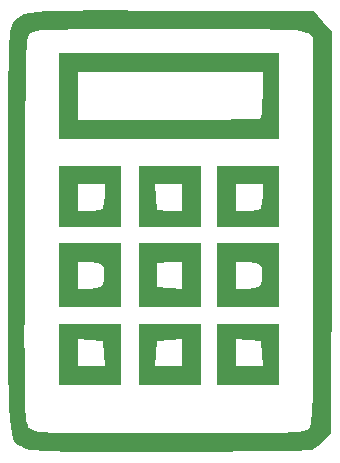
<source format=gbr>
%TF.GenerationSoftware,KiCad,Pcbnew,7.0.7*%
%TF.CreationDate,2023-10-16T17:54:11+02:00*%
%TF.ProjectId,arduino-nano-drone,61726475-696e-46f2-9d6e-616e6f2d6472,0*%
%TF.SameCoordinates,Original*%
%TF.FileFunction,Legend,Bot*%
%TF.FilePolarity,Positive*%
%FSLAX46Y46*%
G04 Gerber Fmt 4.6, Leading zero omitted, Abs format (unit mm)*
G04 Created by KiCad (PCBNEW 7.0.7) date 2023-10-16 17:54:11*
%MOMM*%
%LPD*%
G01*
G04 APERTURE LIST*
G04 APERTURE END LIST*
%TO.C,G\u002A\u002A\u002A*%
G36*
X125671428Y-78853572D02*
G01*
X123063392Y-78853572D01*
X120455357Y-78853572D01*
X120455357Y-77266072D01*
X122042857Y-77266072D01*
X123189211Y-77266072D01*
X124335566Y-77266072D01*
X124266443Y-76188840D01*
X124197321Y-75111608D01*
X123120089Y-75042485D01*
X122042857Y-74973363D01*
X122042857Y-76119717D01*
X122042857Y-77266072D01*
X120455357Y-77266072D01*
X120455357Y-76245536D01*
X120455357Y-73637500D01*
X123063392Y-73637500D01*
X125671428Y-73637500D01*
X125671428Y-76245536D01*
X125671428Y-77266072D01*
X125671428Y-78853572D01*
G37*
G36*
X119094642Y-76245536D02*
G01*
X119094642Y-78853572D01*
X116486607Y-78853572D01*
X113878571Y-78853572D01*
X113878571Y-77266072D01*
X115214434Y-77266072D01*
X116360788Y-77266072D01*
X117507142Y-77266072D01*
X117507142Y-76119717D01*
X117507142Y-74973363D01*
X116429910Y-75042485D01*
X115352678Y-75111608D01*
X115283556Y-76188840D01*
X115214434Y-77266072D01*
X113878571Y-77266072D01*
X113878571Y-76245536D01*
X113878571Y-73637500D01*
X116486607Y-73637500D01*
X119094642Y-73637500D01*
X119094642Y-74973363D01*
X119094642Y-76245536D01*
G37*
G36*
X119094642Y-69555358D02*
G01*
X119094642Y-72276786D01*
X116486607Y-72276786D01*
X113878571Y-72276786D01*
X113878571Y-70575893D01*
X115352678Y-70575893D01*
X116429910Y-70645016D01*
X117507142Y-70714138D01*
X117507142Y-69555358D01*
X117507142Y-68396577D01*
X116429910Y-68465699D01*
X115352678Y-68534822D01*
X115352678Y-69555358D01*
X115352678Y-70575893D01*
X113878571Y-70575893D01*
X113878571Y-69555358D01*
X113878571Y-66833929D01*
X116486607Y-66833929D01*
X119094642Y-66833929D01*
X119094642Y-68396577D01*
X119094642Y-69555358D01*
G37*
G36*
X119094642Y-62865179D02*
G01*
X119094642Y-65473215D01*
X116486607Y-65473215D01*
X113878571Y-65473215D01*
X113878571Y-62865179D01*
X113878571Y-61844643D01*
X115214434Y-61844643D01*
X115283556Y-62921875D01*
X115352678Y-63999108D01*
X116429910Y-64068230D01*
X117507142Y-64137352D01*
X117507142Y-62990998D01*
X117507142Y-61844643D01*
X116360788Y-61844643D01*
X115214434Y-61844643D01*
X113878571Y-61844643D01*
X113878571Y-60257143D01*
X116486607Y-60257143D01*
X119094642Y-60257143D01*
X119094642Y-61844643D01*
X119094642Y-62865179D01*
G37*
G36*
X112291071Y-78853572D02*
G01*
X109683035Y-78853572D01*
X107075000Y-78853572D01*
X107075000Y-77266072D01*
X108662500Y-77266072D01*
X109808854Y-77266072D01*
X110955209Y-77266072D01*
X110886086Y-76188840D01*
X110816964Y-75111608D01*
X109739732Y-75042485D01*
X108662500Y-74973363D01*
X108662500Y-76119717D01*
X108662500Y-77266072D01*
X107075000Y-77266072D01*
X107075000Y-76245536D01*
X107075000Y-73637500D01*
X109683035Y-73637500D01*
X112291071Y-73637500D01*
X112291071Y-76245536D01*
X112291071Y-77266072D01*
X112291071Y-78853572D01*
G37*
G36*
X125671428Y-72276786D02*
G01*
X123063392Y-72276786D01*
X120455357Y-72276786D01*
X120455357Y-70689286D01*
X122042857Y-70689286D01*
X123070510Y-70689286D01*
X123622091Y-70662160D01*
X124097885Y-70484970D01*
X124286872Y-70060136D01*
X124269996Y-69293465D01*
X124230325Y-68969171D01*
X124099583Y-68664550D01*
X123772286Y-68527523D01*
X123120089Y-68465699D01*
X122042857Y-68396577D01*
X122042857Y-69542932D01*
X122042857Y-70689286D01*
X120455357Y-70689286D01*
X120455357Y-69555358D01*
X120455357Y-66833929D01*
X123063392Y-66833929D01*
X125671428Y-66833929D01*
X125671428Y-69555358D01*
X125671428Y-70060136D01*
X125671428Y-72276786D01*
G37*
G36*
X125671428Y-62865179D02*
G01*
X125671428Y-65473215D01*
X123063392Y-65473215D01*
X120455357Y-65473215D01*
X120455357Y-64112500D01*
X122042857Y-64112500D01*
X123025595Y-64112500D01*
X123279304Y-64107562D01*
X123857486Y-64054268D01*
X124159523Y-63961310D01*
X124197796Y-63890936D01*
X124278548Y-63463776D01*
X124310714Y-62827381D01*
X124310714Y-61844643D01*
X123176785Y-61844643D01*
X122042857Y-61844643D01*
X122042857Y-62978572D01*
X122042857Y-64112500D01*
X120455357Y-64112500D01*
X120455357Y-62865179D01*
X120455357Y-60257143D01*
X123063392Y-60257143D01*
X125671428Y-60257143D01*
X125671428Y-61844643D01*
X125671428Y-62865179D01*
G37*
G36*
X112291071Y-72276786D02*
G01*
X109683035Y-72276786D01*
X107075000Y-72276786D01*
X107075000Y-70689286D01*
X108662500Y-70689286D01*
X109690153Y-70689286D01*
X110241733Y-70662160D01*
X110717528Y-70484970D01*
X110906515Y-70060136D01*
X110889639Y-69293465D01*
X110849967Y-68969171D01*
X110719226Y-68664550D01*
X110391929Y-68527523D01*
X109739732Y-68465699D01*
X108662500Y-68396577D01*
X108662500Y-69542932D01*
X108662500Y-70689286D01*
X107075000Y-70689286D01*
X107075000Y-69555358D01*
X107075000Y-66833929D01*
X109683035Y-66833929D01*
X112291071Y-66833929D01*
X112291071Y-69555358D01*
X112291071Y-70060136D01*
X112291071Y-72276786D01*
G37*
G36*
X112291071Y-62865179D02*
G01*
X112291071Y-65473215D01*
X109683035Y-65473215D01*
X107075000Y-65473215D01*
X107075000Y-64112500D01*
X108662500Y-64112500D01*
X109645238Y-64112500D01*
X109898947Y-64107562D01*
X110477129Y-64054268D01*
X110779166Y-63961310D01*
X110817439Y-63890936D01*
X110898191Y-63463776D01*
X110930357Y-62827381D01*
X110930357Y-61844643D01*
X109796428Y-61844643D01*
X108662500Y-61844643D01*
X108662500Y-62978572D01*
X108662500Y-64112500D01*
X107075000Y-64112500D01*
X107075000Y-62865179D01*
X107075000Y-60257143D01*
X109683035Y-60257143D01*
X112291071Y-60257143D01*
X112291071Y-61844643D01*
X112291071Y-62865179D01*
G37*
G36*
X125671428Y-54360715D02*
G01*
X125671428Y-57989286D01*
X116373214Y-57989286D01*
X107075000Y-57989286D01*
X107075000Y-56401786D01*
X108662500Y-56401786D01*
X116335416Y-56401786D01*
X117702176Y-56399376D01*
X119421184Y-56389056D01*
X120954517Y-56371566D01*
X122248595Y-56347939D01*
X123249841Y-56319212D01*
X123904677Y-56286419D01*
X124159523Y-56250596D01*
X124183387Y-56203049D01*
X124248363Y-55798641D01*
X124293686Y-55095246D01*
X124310714Y-54209524D01*
X124310714Y-52319643D01*
X116486607Y-52319643D01*
X108662500Y-52319643D01*
X108662500Y-54360715D01*
X108662500Y-56401786D01*
X107075000Y-56401786D01*
X107075000Y-54360715D01*
X107075000Y-50732143D01*
X116373214Y-50732143D01*
X125671428Y-50732143D01*
X125671428Y-52319643D01*
X125671428Y-54360715D01*
G37*
G36*
X130154668Y-65909869D02*
G01*
X130093750Y-82899328D01*
X129526785Y-83509287D01*
X129484939Y-83553536D01*
X128968843Y-84014029D01*
X128506250Y-84306855D01*
X128462082Y-84317486D01*
X128030974Y-84353740D01*
X127203672Y-84387962D01*
X126024799Y-84419404D01*
X124538977Y-84447322D01*
X122790828Y-84470971D01*
X120824975Y-84489603D01*
X118686041Y-84502475D01*
X116418648Y-84508840D01*
X115498847Y-84509816D01*
X112985381Y-84510167D01*
X110876374Y-84505809D01*
X109134863Y-84495768D01*
X107723885Y-84479066D01*
X106606476Y-84454727D01*
X105745676Y-84421777D01*
X105104519Y-84379238D01*
X104646045Y-84326135D01*
X104333289Y-84261491D01*
X104129290Y-84184331D01*
X104081757Y-84160105D01*
X103837353Y-84041759D01*
X103625159Y-83928979D01*
X103442909Y-83791156D01*
X103288331Y-83597682D01*
X103159159Y-83317947D01*
X103053122Y-82921343D01*
X102967953Y-82377261D01*
X102901381Y-81655091D01*
X102851138Y-80724225D01*
X102814956Y-79554054D01*
X102790565Y-78113968D01*
X102775697Y-76373360D01*
X102769994Y-74821742D01*
X104152218Y-74821742D01*
X104153285Y-76594203D01*
X104159594Y-78056206D01*
X104171897Y-79239474D01*
X104190941Y-80175728D01*
X104217477Y-80896691D01*
X104252253Y-81434083D01*
X104296020Y-81819628D01*
X104349526Y-82085046D01*
X104413521Y-82262059D01*
X104488754Y-82382390D01*
X104575975Y-82477761D01*
X104689959Y-82580219D01*
X104835671Y-82666603D01*
X105050857Y-82737730D01*
X105373927Y-82795082D01*
X105843290Y-82840139D01*
X106497355Y-82874383D01*
X107374534Y-82899295D01*
X108513235Y-82916356D01*
X109951868Y-82927047D01*
X111728843Y-82932850D01*
X113882570Y-82935245D01*
X116451458Y-82935715D01*
X117954611Y-82935508D01*
X120290513Y-82933580D01*
X122232270Y-82928512D01*
X123817898Y-82918966D01*
X125085414Y-82903607D01*
X126072836Y-82881096D01*
X126818179Y-82850096D01*
X127359462Y-82809272D01*
X127734700Y-82757285D01*
X127981910Y-82692799D01*
X128139109Y-82614477D01*
X128244315Y-82520982D01*
X128268285Y-82491844D01*
X128337035Y-82364164D01*
X128396269Y-82157649D01*
X128446686Y-81841071D01*
X128488983Y-81383203D01*
X128523861Y-80752816D01*
X128552018Y-79918682D01*
X128574153Y-78849574D01*
X128590965Y-77514264D01*
X128603152Y-75881524D01*
X128611415Y-73920125D01*
X128616452Y-71598840D01*
X128618961Y-68886440D01*
X128619643Y-65751699D01*
X128619643Y-49397148D01*
X128115610Y-49044110D01*
X128046905Y-49002949D01*
X127844191Y-48928383D01*
X127527599Y-48866480D01*
X127059386Y-48816107D01*
X126401809Y-48776130D01*
X125517125Y-48745415D01*
X124367591Y-48722827D01*
X122915465Y-48707233D01*
X121123002Y-48697499D01*
X118952461Y-48692489D01*
X116366098Y-48691072D01*
X114026979Y-48692489D01*
X111780735Y-48698086D01*
X109920290Y-48708875D01*
X108409703Y-48725845D01*
X107213031Y-48749986D01*
X106294331Y-48782289D01*
X105617660Y-48823742D01*
X105147077Y-48875337D01*
X104846637Y-48938063D01*
X104680399Y-49012909D01*
X104656102Y-49031295D01*
X104575332Y-49111436D01*
X104505530Y-49236403D01*
X104445749Y-49437638D01*
X104395045Y-49746583D01*
X104352471Y-50194681D01*
X104317081Y-50813371D01*
X104287930Y-51634097D01*
X104264071Y-52688300D01*
X104244559Y-54007422D01*
X104228449Y-55622905D01*
X104214793Y-57566190D01*
X104202647Y-59868719D01*
X104191064Y-62561934D01*
X104179100Y-65677277D01*
X104172985Y-67324396D01*
X104162818Y-70218560D01*
X104155646Y-72707102D01*
X104152218Y-74821742D01*
X102769994Y-74821742D01*
X102768082Y-74301619D01*
X102765452Y-71868138D01*
X102765538Y-69042306D01*
X102766071Y-65793516D01*
X102766163Y-63786636D01*
X102767047Y-60863309D01*
X102769532Y-58343172D01*
X102774407Y-56195003D01*
X102782464Y-54387580D01*
X102794493Y-52889679D01*
X102811285Y-51670078D01*
X102833631Y-50697556D01*
X102862320Y-49940888D01*
X102898144Y-49368854D01*
X102941893Y-48950230D01*
X102994358Y-48653794D01*
X103056330Y-48448323D01*
X103128599Y-48302596D01*
X103211956Y-48185389D01*
X103379110Y-47979433D01*
X103578140Y-47776163D01*
X103819641Y-47606807D01*
X104140983Y-47468528D01*
X104579540Y-47358488D01*
X105172684Y-47273850D01*
X105957786Y-47211777D01*
X106972218Y-47169430D01*
X108253354Y-47143972D01*
X109838564Y-47132565D01*
X111765222Y-47132373D01*
X114070698Y-47140558D01*
X116792366Y-47154281D01*
X128654746Y-47216965D01*
X129435166Y-48068687D01*
X130215586Y-48920410D01*
X130155235Y-65751699D01*
X130154668Y-65909869D01*
G37*
%TD*%
M02*

</source>
